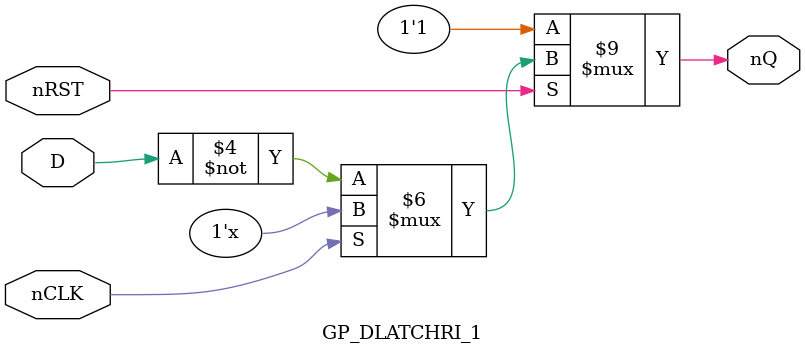
<source format=v>
module GP_DLATCHRI_1(input D, input nCLK, input nRST, output reg nQ);
	parameter [0:0] INIT = 1'bx;
	initial nQ = INIT;
	always @(*) begin
		if(!nRST)
			nQ <= 1'b1;
		else if(!nCLK)
			nQ <= ~D;
	end
endmodule
</source>
